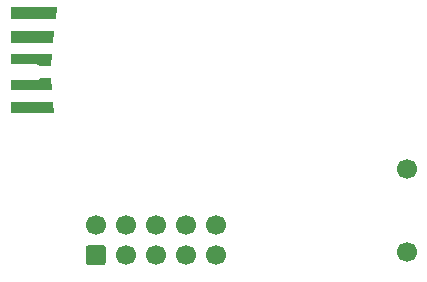
<source format=gbs>
%TF.GenerationSoftware,KiCad,Pcbnew,5.1.8*%
%TF.CreationDate,2020-12-16T14:38:17-06:00*%
%TF.ProjectId,ePenguin-Debug,6550656e-6775-4696-9e2d-44656275672e,rev?*%
%TF.SameCoordinates,Original*%
%TF.FileFunction,Soldermask,Bot*%
%TF.FilePolarity,Negative*%
%FSLAX46Y46*%
G04 Gerber Fmt 4.6, Leading zero omitted, Abs format (unit mm)*
G04 Created by KiCad (PCBNEW 5.1.8) date 2020-12-16 14:38:17*
%MOMM*%
%LPD*%
G01*
G04 APERTURE LIST*
%ADD10C,1.700000*%
%ADD11C,0.100000*%
G04 APERTURE END LIST*
D10*
%TO.C,CON1*%
X135128000Y-77212000D03*
X135128000Y-84212000D03*
%TD*%
%TO.C,J3*%
X118960000Y-81960000D03*
X116420000Y-81960000D03*
X113880000Y-81960000D03*
X111340000Y-81960000D03*
X108800000Y-81960000D03*
X118960000Y-84500000D03*
X116420000Y-84500000D03*
X113880000Y-84500000D03*
X111340000Y-84500000D03*
G36*
G01*
X109400000Y-85350000D02*
X108200000Y-85350000D01*
G75*
G02*
X107950000Y-85100000I0J250000D01*
G01*
X107950000Y-83900000D01*
G75*
G02*
X108200000Y-83650000I250000J0D01*
G01*
X109400000Y-83650000D01*
G75*
G02*
X109650000Y-83900000I0J-250000D01*
G01*
X109650000Y-85100000D01*
G75*
G02*
X109400000Y-85350000I-250000J0D01*
G01*
G37*
%TD*%
D11*
%TO.C,J1*%
G36*
X101600000Y-72500000D02*
G01*
X101600000Y-71500000D01*
X105200000Y-71500000D01*
X105300000Y-72500000D01*
X101600000Y-72500000D01*
G37*
G36*
X105200000Y-66500000D02*
G01*
X101600000Y-66500000D01*
X101600000Y-65500000D01*
X105300000Y-65500000D01*
X105200000Y-66500000D01*
G37*
G36*
X105400000Y-64500000D02*
G01*
X101600000Y-64500000D01*
X101600000Y-63500000D01*
X105500000Y-63500000D01*
X105400000Y-64500000D01*
G37*
G36*
X101600000Y-70500000D02*
G01*
X101600000Y-69700000D01*
X103610000Y-69700000D01*
X103720000Y-69690000D01*
X103800000Y-69670000D01*
X103860000Y-69650000D01*
X103910000Y-69630000D01*
X103960000Y-69600000D01*
X104020000Y-69560000D01*
X104070000Y-69520000D01*
X104090000Y-69500000D01*
X105000000Y-69500000D01*
X105100000Y-70500000D01*
X101600000Y-70500000D01*
G37*
G36*
X105000000Y-68500000D02*
G01*
X104090000Y-68500000D01*
X104070000Y-68480000D01*
X104020000Y-68440000D01*
X103960000Y-68400000D01*
X103910000Y-68370000D01*
X103860000Y-68350000D01*
X103800000Y-68330000D01*
X103720000Y-68310000D01*
X103610000Y-68300000D01*
X101600000Y-68300000D01*
X101600000Y-67500000D01*
X105100000Y-67500000D01*
X105000000Y-68500000D01*
G37*
%TD*%
M02*

</source>
